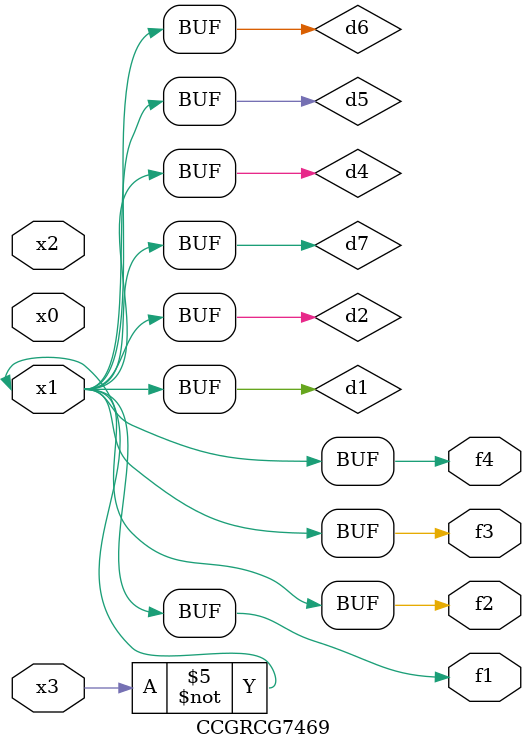
<source format=v>
module CCGRCG7469(
	input x0, x1, x2, x3,
	output f1, f2, f3, f4
);

	wire d1, d2, d3, d4, d5, d6, d7;

	not (d1, x3);
	buf (d2, x1);
	xnor (d3, d1, d2);
	nor (d4, d1);
	buf (d5, d1, d2);
	buf (d6, d4, d5);
	nand (d7, d4);
	assign f1 = d6;
	assign f2 = d7;
	assign f3 = d6;
	assign f4 = d6;
endmodule

</source>
